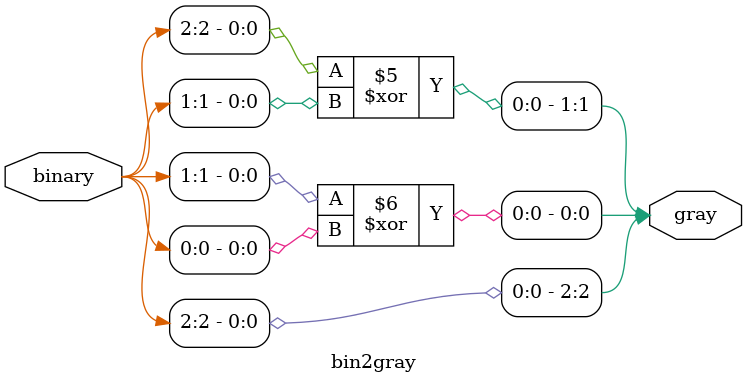
<source format=sv>
module bin2gray #(
    parameter N = 3    //default input size
)(
    input logic [N-1:0] binary,
    output logic [N-1:0] gray
);

    always_comb begin : xor_block
        gray[N-1] = binary[N-1];    //MSB bit of binary remains same
        
        for (int n = N-2; n>=0 ; n-- ) begin
            gray[n] = binary[n+1] ^ binary[n];
        end
    end  
endmodule
</source>
